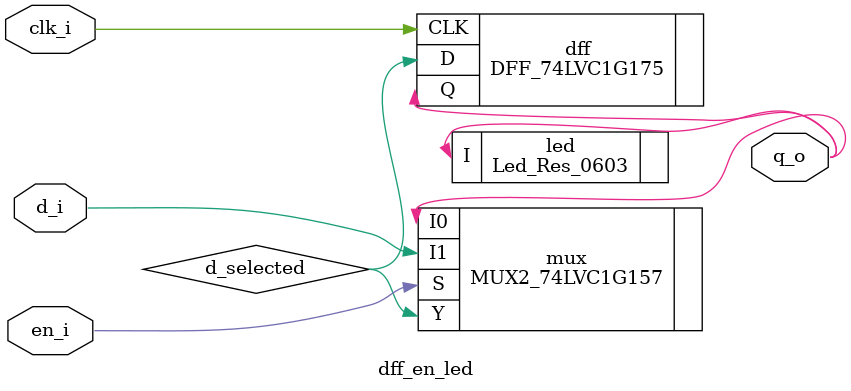
<source format=v>

module dff_en_led (
  input  en_i,
  input  clk_i,
  input  d_i,
  output q_o
);
  wire d_selected;

  MUX2_74LVC1G157 mux (
    .I0 ( q_o        ),
    .I1 ( d_i        ),
    .S  ( en_i       ),
    .Y  ( d_selected )
  );

  DFF_74LVC1G175 dff (
    .CLK ( clk_i      ),
    .D   ( d_selected ),
    .Q   ( q_o        )
  );

  Led_Res_0603 led (
    .I   ( q_o )
  );
endmodule

</source>
